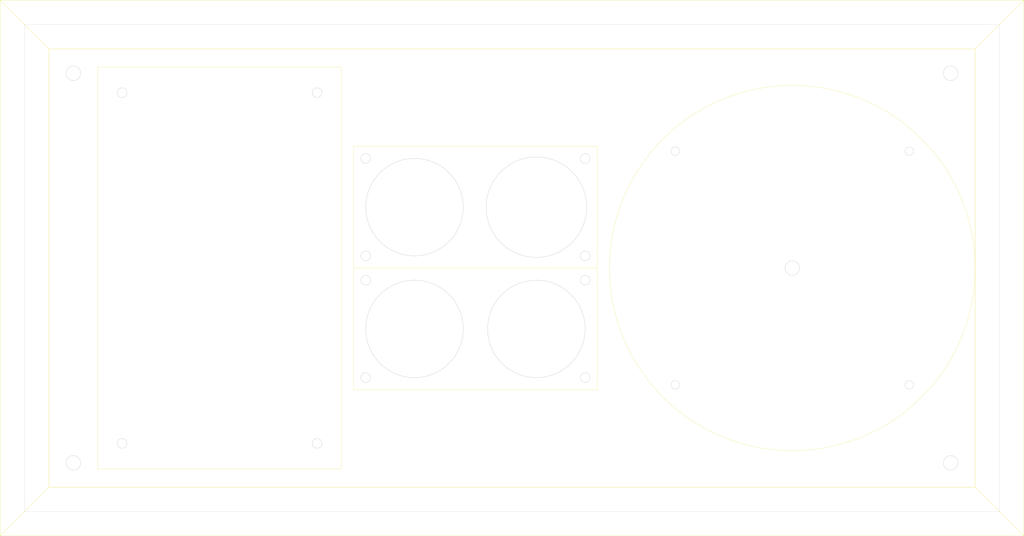
<source format=kicad_pcb>
(kicad_pcb (version 3) (host pcbnew "(2013-07-07 BZR 4022)-stable")

  (general
    (links 0)
    (no_connects 0)
    (area 89.924999 89.924999 510.075001 310.075001)
    (thickness 1.6)
    (drawings 51)
    (tracks 0)
    (zones 0)
    (modules 0)
    (nets 1)
  )

  (page A2)
  (layers
    (15 F.Cu signal)
    (0 B.Cu signal)
    (16 B.Adhes user)
    (17 F.Adhes user)
    (18 B.Paste user)
    (19 F.Paste user)
    (20 B.SilkS user)
    (21 F.SilkS user)
    (22 B.Mask user)
    (23 F.Mask user)
    (24 Dwgs.User user)
    (25 Cmts.User user)
    (26 Eco1.User user)
    (27 Eco2.User user)
    (28 Edge.Cuts user)
  )

  (setup
    (last_trace_width 0.254)
    (trace_clearance 0.254)
    (zone_clearance 0.508)
    (zone_45_only no)
    (trace_min 0.254)
    (segment_width 0.15)
    (edge_width 0.15)
    (via_size 0.889)
    (via_drill 0.635)
    (via_min_size 0.889)
    (via_min_drill 0.508)
    (uvia_size 0.508)
    (uvia_drill 0.127)
    (uvias_allowed no)
    (uvia_min_size 0.508)
    (uvia_min_drill 0.127)
    (pcb_text_width 0.3)
    (pcb_text_size 1.5 1.5)
    (mod_edge_width 0.15)
    (mod_text_size 1.5 1.5)
    (mod_text_width 0.15)
    (pad_size 1.524 1.524)
    (pad_drill 0.762)
    (pad_to_mask_clearance 0.2)
    (aux_axis_origin 0 0)
    (visible_elements 7FFFFFFF)
    (pcbplotparams
      (layerselection 268435456)
      (usegerberextensions false)
      (excludeedgelayer true)
      (linewidth 0.100000)
      (plotframeref false)
      (viasonmask false)
      (mode 1)
      (useauxorigin false)
      (hpglpennumber 1)
      (hpglpenspeed 20)
      (hpglpendiameter 15)
      (hpglpenoverlay 2)
      (psnegative false)
      (psa4output false)
      (plotreference true)
      (plotvalue true)
      (plotothertext true)
      (plotinvisibletext false)
      (padsonsilk false)
      (subtractmaskfromsilk false)
      (outputformat 3)
      (mirror false)
      (drillshape 0)
      (scaleselection 1)
      (outputdirectory TRAFO_CASE/))
  )

  (net 0 "")

  (net_class Default "This is the default net class."
    (clearance 0.254)
    (trace_width 0.254)
    (via_dia 0.889)
    (via_drill 0.635)
    (uvia_dia 0.508)
    (uvia_drill 0.127)
    (add_net "")
  )

  (gr_circle (center 220 272) (end 222 272) (layer Edge.Cuts) (width 0.15))
  (gr_circle (center 140 272) (end 142 272) (layer Edge.Cuts) (width 0.15))
  (gr_circle (center 140 128) (end 142 128) (layer Edge.Cuts) (width 0.15))
  (gr_circle (center 220 128) (end 222 128) (layer Edge.Cuts) (width 0.15))
  (gr_line (start 130 282.5) (end 130 117.5) (angle 90) (layer F.SilkS) (width 0.15))
  (gr_line (start 230 282.5) (end 130 282.5) (angle 90) (layer F.SilkS) (width 0.15))
  (gr_line (start 230 117.5) (end 230 282.5) (angle 90) (layer F.SilkS) (width 0.15))
  (gr_line (start 130 117.5) (end 230 117.5) (angle 90) (layer F.SilkS) (width 0.15))
  (gr_circle (center 310 225) (end 290 225) (layer Edge.Cuts) (width 0.15))
  (gr_circle (center 260 225) (end 240 225) (layer Edge.Cuts) (width 0.15))
  (gr_circle (center 310 175) (end 290 170) (layer Edge.Cuts) (width 0.15))
  (gr_circle (center 260 175) (end 240 175) (layer Edge.Cuts) (width 0.15))
  (gr_circle (center 330 205) (end 328 205) (layer Edge.Cuts) (width 0.15))
  (gr_circle (center 240 205) (end 242 205) (layer Edge.Cuts) (width 0.15))
  (gr_circle (center 330 195) (end 332 195) (layer Edge.Cuts) (width 0.15))
  (gr_circle (center 240 195) (end 242 195) (layer Edge.Cuts) (width 0.15))
  (gr_line (start 335 200) (end 235 200) (angle 90) (layer F.SilkS) (width 0.15))
  (gr_circle (center 240 155) (end 242 155) (layer Edge.Cuts) (width 0.15))
  (gr_circle (center 240 245) (end 242 245) (layer Edge.Cuts) (width 0.15))
  (gr_circle (center 330 245) (end 332 245) (layer Edge.Cuts) (width 0.15))
  (gr_circle (center 330 155) (end 332 155) (layer Edge.Cuts) (width 0.15))
  (gr_line (start 335 150) (end 235 150) (angle 90) (layer F.SilkS) (width 0.15))
  (gr_line (start 335 250) (end 335 150) (angle 90) (layer F.SilkS) (width 0.15))
  (gr_line (start 235 250) (end 335 250) (angle 90) (layer F.SilkS) (width 0.15))
  (gr_line (start 235 150) (end 235 250) (angle 90) (layer F.SilkS) (width 0.15))
  (gr_line (start 510 310) (end 490 290) (angle 90) (layer F.SilkS) (width 0.15))
  (gr_line (start 510 90) (end 490 110) (angle 90) (layer F.SilkS) (width 0.15))
  (gr_line (start 90 90) (end 110 110) (angle 90) (layer F.SilkS) (width 0.15))
  (gr_line (start 90 310) (end 110 290) (angle 90) (layer F.SilkS) (width 0.15))
  (gr_line (start 90 310) (end 90 90) (angle 90) (layer F.SilkS) (width 0.15))
  (gr_line (start 510 310) (end 90 310) (angle 90) (layer F.SilkS) (width 0.15))
  (gr_line (start 510 90) (end 510 310) (angle 90) (layer F.SilkS) (width 0.15))
  (gr_line (start 90 90) (end 510 90) (angle 90) (layer F.SilkS) (width 0.15))
  (gr_circle (center 415 200) (end 418 200) (layer Edge.Cuts) (width 0.15))
  (gr_circle (center 480 120) (end 483 120) (layer Edge.Cuts) (width 0.15))
  (gr_circle (center 480 280) (end 483 280) (layer Edge.Cuts) (width 0.15))
  (gr_circle (center 120 280) (end 123 280) (layer Edge.Cuts) (width 0.15))
  (gr_circle (center 120 120) (end 123 120) (layer Edge.Cuts) (width 0.15))
  (gr_line (start 110 290) (end 110 110) (angle 90) (layer F.SilkS) (width 0.2))
  (gr_line (start 490 290) (end 110 290) (angle 90) (layer F.SilkS) (width 0.2))
  (gr_line (start 490 110) (end 490 290) (angle 90) (layer F.SilkS) (width 0.2))
  (gr_line (start 110 110) (end 490 110) (angle 90) (layer F.SilkS) (width 0.2))
  (gr_line (start 100 300) (end 100 100) (angle 90) (layer Edge.Cuts) (width 0.1))
  (gr_line (start 500 300) (end 100 300) (angle 90) (layer Edge.Cuts) (width 0.1))
  (gr_line (start 500 100) (end 500 300) (angle 90) (layer Edge.Cuts) (width 0.1))
  (gr_line (start 100 100) (end 500 100) (angle 90) (layer Edge.Cuts) (width 0.1))
  (gr_circle (center 463 248) (end 464.75 248) (layer Edge.Cuts) (width 0.15))
  (gr_circle (center 367 248) (end 368.75 248) (layer Edge.Cuts) (width 0.15))
  (gr_circle (center 463 152) (end 464.75 152) (layer Edge.Cuts) (width 0.15) (tstamp 52675E1B))
  (gr_circle (center 367 152) (end 368.75 152) (layer Edge.Cuts) (width 0.15) (tstamp 52675E20))
  (gr_circle (center 415 200) (end 490 200) (layer F.SilkS) (width 0.15) (tstamp 52675E22))

)

</source>
